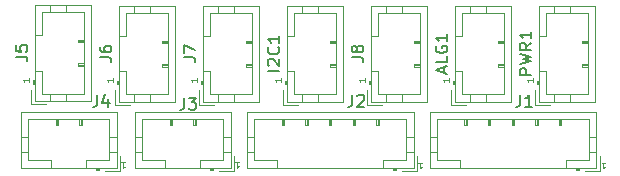
<source format=gbr>
%TF.GenerationSoftware,KiCad,Pcbnew,8.0.1*%
%TF.CreationDate,2024-04-20T16:28:09+12:00*%
%TF.ProjectId,RPi-Connector,5250692d-436f-46e6-9e65-63746f722e6b,rev?*%
%TF.SameCoordinates,Original*%
%TF.FileFunction,Legend,Top*%
%TF.FilePolarity,Positive*%
%FSLAX46Y46*%
G04 Gerber Fmt 4.6, Leading zero omitted, Abs format (unit mm)*
G04 Created by KiCad (PCBNEW 8.0.1) date 2024-04-20 16:28:09*
%MOMM*%
%LPD*%
G01*
G04 APERTURE LIST*
%ADD10C,0.100000*%
%ADD11C,0.150000*%
%ADD12C,0.120000*%
G04 APERTURE END LIST*
D10*
X167823609Y-83401258D02*
X167823609Y-83686972D01*
X167823609Y-83544115D02*
X167323609Y-83544115D01*
X167323609Y-83544115D02*
X167395038Y-83591734D01*
X167395038Y-83591734D02*
X167442657Y-83639353D01*
X167442657Y-83639353D02*
X167466466Y-83686972D01*
X160711609Y-83401258D02*
X160711609Y-83686972D01*
X160711609Y-83544115D02*
X160211609Y-83544115D01*
X160211609Y-83544115D02*
X160283038Y-83591734D01*
X160283038Y-83591734D02*
X160330657Y-83639353D01*
X160330657Y-83639353D02*
X160354466Y-83686972D01*
X153599609Y-83401258D02*
X153599609Y-83686972D01*
X153599609Y-83544115D02*
X153099609Y-83544115D01*
X153099609Y-83544115D02*
X153171038Y-83591734D01*
X153171038Y-83591734D02*
X153218657Y-83639353D01*
X153218657Y-83639353D02*
X153242466Y-83686972D01*
X146487609Y-83401258D02*
X146487609Y-83686972D01*
X146487609Y-83544115D02*
X145987609Y-83544115D01*
X145987609Y-83544115D02*
X146059038Y-83591734D01*
X146059038Y-83591734D02*
X146106657Y-83639353D01*
X146106657Y-83639353D02*
X146130466Y-83686972D01*
X139375609Y-83401258D02*
X139375609Y-83686972D01*
X139375609Y-83544115D02*
X138875609Y-83544115D01*
X138875609Y-83544115D02*
X138947038Y-83591734D01*
X138947038Y-83591734D02*
X138994657Y-83639353D01*
X138994657Y-83639353D02*
X139018466Y-83686972D01*
X132263609Y-83401258D02*
X132263609Y-83686972D01*
X132263609Y-83544115D02*
X131763609Y-83544115D01*
X131763609Y-83544115D02*
X131835038Y-83591734D01*
X131835038Y-83591734D02*
X131882657Y-83639353D01*
X131882657Y-83639353D02*
X131906466Y-83686972D01*
X125151609Y-83401258D02*
X125151609Y-83686972D01*
X125151609Y-83544115D02*
X124651609Y-83544115D01*
X124651609Y-83544115D02*
X124723038Y-83591734D01*
X124723038Y-83591734D02*
X124770657Y-83639353D01*
X124770657Y-83639353D02*
X124794466Y-83686972D01*
X133019088Y-90522212D02*
X133304802Y-90522212D01*
X133161945Y-90522212D02*
X133161945Y-91022212D01*
X133161945Y-91022212D02*
X133209564Y-90950783D01*
X133209564Y-90950783D02*
X133257183Y-90903164D01*
X133257183Y-90903164D02*
X133304802Y-90879355D01*
X142671475Y-90491714D02*
X142957189Y-90491714D01*
X142814332Y-90491714D02*
X142814332Y-90991714D01*
X142814332Y-90991714D02*
X142861951Y-90920285D01*
X142861951Y-90920285D02*
X142909570Y-90872666D01*
X142909570Y-90872666D02*
X142957189Y-90848857D01*
X158164090Y-90537460D02*
X158449804Y-90537460D01*
X158306947Y-90537460D02*
X158306947Y-91037460D01*
X158306947Y-91037460D02*
X158354566Y-90966031D01*
X158354566Y-90966031D02*
X158402185Y-90918412D01*
X158402185Y-90918412D02*
X158449804Y-90894603D01*
X173671954Y-90537460D02*
X173957668Y-90537460D01*
X173814811Y-90537460D02*
X173814811Y-91037460D01*
X173814811Y-91037460D02*
X173862430Y-90966031D01*
X173862430Y-90966031D02*
X173910049Y-90918412D01*
X173910049Y-90918412D02*
X173957668Y-90894603D01*
D11*
X167734819Y-83121523D02*
X166734819Y-83121523D01*
X166734819Y-83121523D02*
X166734819Y-82740571D01*
X166734819Y-82740571D02*
X166782438Y-82645333D01*
X166782438Y-82645333D02*
X166830057Y-82597714D01*
X166830057Y-82597714D02*
X166925295Y-82550095D01*
X166925295Y-82550095D02*
X167068152Y-82550095D01*
X167068152Y-82550095D02*
X167163390Y-82597714D01*
X167163390Y-82597714D02*
X167211009Y-82645333D01*
X167211009Y-82645333D02*
X167258628Y-82740571D01*
X167258628Y-82740571D02*
X167258628Y-83121523D01*
X166734819Y-82216761D02*
X167734819Y-81978666D01*
X167734819Y-81978666D02*
X167020533Y-81788190D01*
X167020533Y-81788190D02*
X167734819Y-81597714D01*
X167734819Y-81597714D02*
X166734819Y-81359619D01*
X167734819Y-80407238D02*
X167258628Y-80740571D01*
X167734819Y-80978666D02*
X166734819Y-80978666D01*
X166734819Y-80978666D02*
X166734819Y-80597714D01*
X166734819Y-80597714D02*
X166782438Y-80502476D01*
X166782438Y-80502476D02*
X166830057Y-80454857D01*
X166830057Y-80454857D02*
X166925295Y-80407238D01*
X166925295Y-80407238D02*
X167068152Y-80407238D01*
X167068152Y-80407238D02*
X167163390Y-80454857D01*
X167163390Y-80454857D02*
X167211009Y-80502476D01*
X167211009Y-80502476D02*
X167258628Y-80597714D01*
X167258628Y-80597714D02*
X167258628Y-80978666D01*
X167734819Y-79454857D02*
X167734819Y-80026285D01*
X167734819Y-79740571D02*
X166734819Y-79740571D01*
X166734819Y-79740571D02*
X166877676Y-79835809D01*
X166877676Y-79835809D02*
X166972914Y-79931047D01*
X166972914Y-79931047D02*
X167020533Y-80026285D01*
X152510819Y-81645333D02*
X153225104Y-81645333D01*
X153225104Y-81645333D02*
X153367961Y-81692952D01*
X153367961Y-81692952D02*
X153463200Y-81788190D01*
X153463200Y-81788190D02*
X153510819Y-81931047D01*
X153510819Y-81931047D02*
X153510819Y-82026285D01*
X152939390Y-81026285D02*
X152891771Y-81121523D01*
X152891771Y-81121523D02*
X152844152Y-81169142D01*
X152844152Y-81169142D02*
X152748914Y-81216761D01*
X152748914Y-81216761D02*
X152701295Y-81216761D01*
X152701295Y-81216761D02*
X152606057Y-81169142D01*
X152606057Y-81169142D02*
X152558438Y-81121523D01*
X152558438Y-81121523D02*
X152510819Y-81026285D01*
X152510819Y-81026285D02*
X152510819Y-80835809D01*
X152510819Y-80835809D02*
X152558438Y-80740571D01*
X152558438Y-80740571D02*
X152606057Y-80692952D01*
X152606057Y-80692952D02*
X152701295Y-80645333D01*
X152701295Y-80645333D02*
X152748914Y-80645333D01*
X152748914Y-80645333D02*
X152844152Y-80692952D01*
X152844152Y-80692952D02*
X152891771Y-80740571D01*
X152891771Y-80740571D02*
X152939390Y-80835809D01*
X152939390Y-80835809D02*
X152939390Y-81026285D01*
X152939390Y-81026285D02*
X152987009Y-81121523D01*
X152987009Y-81121523D02*
X153034628Y-81169142D01*
X153034628Y-81169142D02*
X153129866Y-81216761D01*
X153129866Y-81216761D02*
X153320342Y-81216761D01*
X153320342Y-81216761D02*
X153415580Y-81169142D01*
X153415580Y-81169142D02*
X153463200Y-81121523D01*
X153463200Y-81121523D02*
X153510819Y-81026285D01*
X153510819Y-81026285D02*
X153510819Y-80835809D01*
X153510819Y-80835809D02*
X153463200Y-80740571D01*
X153463200Y-80740571D02*
X153415580Y-80692952D01*
X153415580Y-80692952D02*
X153320342Y-80645333D01*
X153320342Y-80645333D02*
X153129866Y-80645333D01*
X153129866Y-80645333D02*
X153034628Y-80692952D01*
X153034628Y-80692952D02*
X152987009Y-80740571D01*
X152987009Y-80740571D02*
X152939390Y-80835809D01*
X138286819Y-81645333D02*
X139001104Y-81645333D01*
X139001104Y-81645333D02*
X139143961Y-81692952D01*
X139143961Y-81692952D02*
X139239200Y-81788190D01*
X139239200Y-81788190D02*
X139286819Y-81931047D01*
X139286819Y-81931047D02*
X139286819Y-82026285D01*
X138286819Y-81264380D02*
X138286819Y-80597714D01*
X138286819Y-80597714D02*
X139286819Y-81026285D01*
X131174819Y-81645333D02*
X131889104Y-81645333D01*
X131889104Y-81645333D02*
X132031961Y-81692952D01*
X132031961Y-81692952D02*
X132127200Y-81788190D01*
X132127200Y-81788190D02*
X132174819Y-81931047D01*
X132174819Y-81931047D02*
X132174819Y-82026285D01*
X131174819Y-80740571D02*
X131174819Y-80931047D01*
X131174819Y-80931047D02*
X131222438Y-81026285D01*
X131222438Y-81026285D02*
X131270057Y-81073904D01*
X131270057Y-81073904D02*
X131412914Y-81169142D01*
X131412914Y-81169142D02*
X131603390Y-81216761D01*
X131603390Y-81216761D02*
X131984342Y-81216761D01*
X131984342Y-81216761D02*
X132079580Y-81169142D01*
X132079580Y-81169142D02*
X132127200Y-81121523D01*
X132127200Y-81121523D02*
X132174819Y-81026285D01*
X132174819Y-81026285D02*
X132174819Y-80835809D01*
X132174819Y-80835809D02*
X132127200Y-80740571D01*
X132127200Y-80740571D02*
X132079580Y-80692952D01*
X132079580Y-80692952D02*
X131984342Y-80645333D01*
X131984342Y-80645333D02*
X131746247Y-80645333D01*
X131746247Y-80645333D02*
X131651009Y-80692952D01*
X131651009Y-80692952D02*
X131603390Y-80740571D01*
X131603390Y-80740571D02*
X131555771Y-80835809D01*
X131555771Y-80835809D02*
X131555771Y-81026285D01*
X131555771Y-81026285D02*
X131603390Y-81121523D01*
X131603390Y-81121523D02*
X131651009Y-81169142D01*
X131651009Y-81169142D02*
X131746247Y-81216761D01*
X124062819Y-81581333D02*
X124777104Y-81581333D01*
X124777104Y-81581333D02*
X124919961Y-81628952D01*
X124919961Y-81628952D02*
X125015200Y-81724190D01*
X125015200Y-81724190D02*
X125062819Y-81867047D01*
X125062819Y-81867047D02*
X125062819Y-81962285D01*
X124062819Y-80628952D02*
X124062819Y-81105142D01*
X124062819Y-81105142D02*
X124539009Y-81152761D01*
X124539009Y-81152761D02*
X124491390Y-81105142D01*
X124491390Y-81105142D02*
X124443771Y-81009904D01*
X124443771Y-81009904D02*
X124443771Y-80771809D01*
X124443771Y-80771809D02*
X124491390Y-80676571D01*
X124491390Y-80676571D02*
X124539009Y-80628952D01*
X124539009Y-80628952D02*
X124634247Y-80581333D01*
X124634247Y-80581333D02*
X124872342Y-80581333D01*
X124872342Y-80581333D02*
X124967580Y-80628952D01*
X124967580Y-80628952D02*
X125015200Y-80676571D01*
X125015200Y-80676571D02*
X125062819Y-80771809D01*
X125062819Y-80771809D02*
X125062819Y-81009904D01*
X125062819Y-81009904D02*
X125015200Y-81105142D01*
X125015200Y-81105142D02*
X124967580Y-81152761D01*
X130984666Y-84798819D02*
X130984666Y-85513104D01*
X130984666Y-85513104D02*
X130937047Y-85655961D01*
X130937047Y-85655961D02*
X130841809Y-85751200D01*
X130841809Y-85751200D02*
X130698952Y-85798819D01*
X130698952Y-85798819D02*
X130603714Y-85798819D01*
X131889428Y-85132152D02*
X131889428Y-85798819D01*
X131651333Y-84751200D02*
X131413238Y-85465485D01*
X131413238Y-85465485D02*
X132032285Y-85465485D01*
X152574666Y-84798819D02*
X152574666Y-85513104D01*
X152574666Y-85513104D02*
X152527047Y-85655961D01*
X152527047Y-85655961D02*
X152431809Y-85751200D01*
X152431809Y-85751200D02*
X152288952Y-85798819D01*
X152288952Y-85798819D02*
X152193714Y-85798819D01*
X153003238Y-84894057D02*
X153050857Y-84846438D01*
X153050857Y-84846438D02*
X153146095Y-84798819D01*
X153146095Y-84798819D02*
X153384190Y-84798819D01*
X153384190Y-84798819D02*
X153479428Y-84846438D01*
X153479428Y-84846438D02*
X153527047Y-84894057D01*
X153527047Y-84894057D02*
X153574666Y-84989295D01*
X153574666Y-84989295D02*
X153574666Y-85084533D01*
X153574666Y-85084533D02*
X153527047Y-85227390D01*
X153527047Y-85227390D02*
X152955619Y-85798819D01*
X152955619Y-85798819D02*
X153574666Y-85798819D01*
X146398819Y-82764380D02*
X145398819Y-82764380D01*
X145494057Y-82335809D02*
X145446438Y-82288190D01*
X145446438Y-82288190D02*
X145398819Y-82192952D01*
X145398819Y-82192952D02*
X145398819Y-81954857D01*
X145398819Y-81954857D02*
X145446438Y-81859619D01*
X145446438Y-81859619D02*
X145494057Y-81812000D01*
X145494057Y-81812000D02*
X145589295Y-81764381D01*
X145589295Y-81764381D02*
X145684533Y-81764381D01*
X145684533Y-81764381D02*
X145827390Y-81812000D01*
X145827390Y-81812000D02*
X146398819Y-82383428D01*
X146398819Y-82383428D02*
X146398819Y-81764381D01*
X146303580Y-80764381D02*
X146351200Y-80812000D01*
X146351200Y-80812000D02*
X146398819Y-80954857D01*
X146398819Y-80954857D02*
X146398819Y-81050095D01*
X146398819Y-81050095D02*
X146351200Y-81192952D01*
X146351200Y-81192952D02*
X146255961Y-81288190D01*
X146255961Y-81288190D02*
X146160723Y-81335809D01*
X146160723Y-81335809D02*
X145970247Y-81383428D01*
X145970247Y-81383428D02*
X145827390Y-81383428D01*
X145827390Y-81383428D02*
X145636914Y-81335809D01*
X145636914Y-81335809D02*
X145541676Y-81288190D01*
X145541676Y-81288190D02*
X145446438Y-81192952D01*
X145446438Y-81192952D02*
X145398819Y-81050095D01*
X145398819Y-81050095D02*
X145398819Y-80954857D01*
X145398819Y-80954857D02*
X145446438Y-80812000D01*
X145446438Y-80812000D02*
X145494057Y-80764381D01*
X146398819Y-79812000D02*
X146398819Y-80383428D01*
X146398819Y-80097714D02*
X145398819Y-80097714D01*
X145398819Y-80097714D02*
X145541676Y-80192952D01*
X145541676Y-80192952D02*
X145636914Y-80288190D01*
X145636914Y-80288190D02*
X145684533Y-80383428D01*
X160337104Y-82931047D02*
X160337104Y-82454857D01*
X160622819Y-83026285D02*
X159622819Y-82692952D01*
X159622819Y-82692952D02*
X160622819Y-82359619D01*
X160622819Y-81550095D02*
X160622819Y-82026285D01*
X160622819Y-82026285D02*
X159622819Y-82026285D01*
X159670438Y-80692952D02*
X159622819Y-80788190D01*
X159622819Y-80788190D02*
X159622819Y-80931047D01*
X159622819Y-80931047D02*
X159670438Y-81073904D01*
X159670438Y-81073904D02*
X159765676Y-81169142D01*
X159765676Y-81169142D02*
X159860914Y-81216761D01*
X159860914Y-81216761D02*
X160051390Y-81264380D01*
X160051390Y-81264380D02*
X160194247Y-81264380D01*
X160194247Y-81264380D02*
X160384723Y-81216761D01*
X160384723Y-81216761D02*
X160479961Y-81169142D01*
X160479961Y-81169142D02*
X160575200Y-81073904D01*
X160575200Y-81073904D02*
X160622819Y-80931047D01*
X160622819Y-80931047D02*
X160622819Y-80835809D01*
X160622819Y-80835809D02*
X160575200Y-80692952D01*
X160575200Y-80692952D02*
X160527580Y-80645333D01*
X160527580Y-80645333D02*
X160194247Y-80645333D01*
X160194247Y-80645333D02*
X160194247Y-80835809D01*
X160622819Y-79692952D02*
X160622819Y-80264380D01*
X160622819Y-79978666D02*
X159622819Y-79978666D01*
X159622819Y-79978666D02*
X159765676Y-80073904D01*
X159765676Y-80073904D02*
X159860914Y-80169142D01*
X159860914Y-80169142D02*
X159908533Y-80264380D01*
X166798666Y-84798819D02*
X166798666Y-85513104D01*
X166798666Y-85513104D02*
X166751047Y-85655961D01*
X166751047Y-85655961D02*
X166655809Y-85751200D01*
X166655809Y-85751200D02*
X166512952Y-85798819D01*
X166512952Y-85798819D02*
X166417714Y-85798819D01*
X167798666Y-85798819D02*
X167227238Y-85798819D01*
X167512952Y-85798819D02*
X167512952Y-84798819D01*
X167512952Y-84798819D02*
X167417714Y-84941676D01*
X167417714Y-84941676D02*
X167322476Y-85036914D01*
X167322476Y-85036914D02*
X167227238Y-85084533D01*
X138350666Y-85052819D02*
X138350666Y-85767104D01*
X138350666Y-85767104D02*
X138303047Y-85909961D01*
X138303047Y-85909961D02*
X138207809Y-86005200D01*
X138207809Y-86005200D02*
X138064952Y-86052819D01*
X138064952Y-86052819D02*
X137969714Y-86052819D01*
X138731619Y-85052819D02*
X139350666Y-85052819D01*
X139350666Y-85052819D02*
X139017333Y-85433771D01*
X139017333Y-85433771D02*
X139160190Y-85433771D01*
X139160190Y-85433771D02*
X139255428Y-85481390D01*
X139255428Y-85481390D02*
X139303047Y-85529009D01*
X139303047Y-85529009D02*
X139350666Y-85624247D01*
X139350666Y-85624247D02*
X139350666Y-85862342D01*
X139350666Y-85862342D02*
X139303047Y-85957580D01*
X139303047Y-85957580D02*
X139255428Y-86005200D01*
X139255428Y-86005200D02*
X139160190Y-86052819D01*
X139160190Y-86052819D02*
X138874476Y-86052819D01*
X138874476Y-86052819D02*
X138779238Y-86005200D01*
X138779238Y-86005200D02*
X138731619Y-85957580D01*
D12*
%TO.C,PWR1*%
X168070000Y-85672000D02*
X169320000Y-85672000D01*
X168370000Y-85372000D02*
X173090000Y-85372000D01*
X169680000Y-85372000D02*
X169680000Y-84762000D01*
X170980000Y-85372000D02*
X170980000Y-84762000D01*
X173090000Y-85372000D02*
X173090000Y-77252000D01*
X168980000Y-84762000D02*
X172480000Y-84762000D01*
X172480000Y-84762000D02*
X172480000Y-77862000D01*
X168070000Y-84422000D02*
X168070000Y-85672000D01*
X168170000Y-83912000D02*
X168370000Y-83912000D01*
X168170000Y-83612000D02*
X168170000Y-83912000D01*
X168270000Y-83612000D02*
X168270000Y-83912000D01*
X168370000Y-83612000D02*
X168170000Y-83612000D01*
X168370000Y-82812000D02*
X168980000Y-82812000D01*
X168980000Y-82812000D02*
X168980000Y-84762000D01*
X171980000Y-82412000D02*
X171980000Y-82212000D01*
X172480000Y-82412000D02*
X171980000Y-82412000D01*
X172480000Y-82312000D02*
X171980000Y-82312000D01*
X171980000Y-82212000D02*
X172480000Y-82212000D01*
X171980000Y-80412000D02*
X171980000Y-80212000D01*
X172480000Y-80412000D02*
X171980000Y-80412000D01*
X172480000Y-80312000D02*
X171980000Y-80312000D01*
X171980000Y-80212000D02*
X172480000Y-80212000D01*
X168980000Y-79812000D02*
X168370000Y-79812000D01*
X168980000Y-77862000D02*
X168980000Y-79812000D01*
X172480000Y-77862000D02*
X168980000Y-77862000D01*
X168370000Y-77252000D02*
X168370000Y-85372000D01*
X169680000Y-77252000D02*
X169680000Y-77862000D01*
X170980000Y-77252000D02*
X170980000Y-77862000D01*
X173090000Y-77252000D02*
X168370000Y-77252000D01*
%TO.C,J8*%
X153846000Y-85672000D02*
X155096000Y-85672000D01*
X154146000Y-85372000D02*
X158866000Y-85372000D01*
X155456000Y-85372000D02*
X155456000Y-84762000D01*
X156756000Y-85372000D02*
X156756000Y-84762000D01*
X158866000Y-85372000D02*
X158866000Y-77252000D01*
X154756000Y-84762000D02*
X158256000Y-84762000D01*
X158256000Y-84762000D02*
X158256000Y-77862000D01*
X153846000Y-84422000D02*
X153846000Y-85672000D01*
X153946000Y-83912000D02*
X154146000Y-83912000D01*
X153946000Y-83612000D02*
X153946000Y-83912000D01*
X154046000Y-83612000D02*
X154046000Y-83912000D01*
X154146000Y-83612000D02*
X153946000Y-83612000D01*
X154146000Y-82812000D02*
X154756000Y-82812000D01*
X154756000Y-82812000D02*
X154756000Y-84762000D01*
X157756000Y-82412000D02*
X157756000Y-82212000D01*
X158256000Y-82412000D02*
X157756000Y-82412000D01*
X158256000Y-82312000D02*
X157756000Y-82312000D01*
X157756000Y-82212000D02*
X158256000Y-82212000D01*
X157756000Y-80412000D02*
X157756000Y-80212000D01*
X158256000Y-80412000D02*
X157756000Y-80412000D01*
X158256000Y-80312000D02*
X157756000Y-80312000D01*
X157756000Y-80212000D02*
X158256000Y-80212000D01*
X154756000Y-79812000D02*
X154146000Y-79812000D01*
X154756000Y-77862000D02*
X154756000Y-79812000D01*
X158256000Y-77862000D02*
X154756000Y-77862000D01*
X154146000Y-77252000D02*
X154146000Y-85372000D01*
X155456000Y-77252000D02*
X155456000Y-77862000D01*
X156756000Y-77252000D02*
X156756000Y-77862000D01*
X158866000Y-77252000D02*
X154146000Y-77252000D01*
%TO.C,J7*%
X139622000Y-85672000D02*
X140872000Y-85672000D01*
X139922000Y-85372000D02*
X144642000Y-85372000D01*
X141232000Y-85372000D02*
X141232000Y-84762000D01*
X142532000Y-85372000D02*
X142532000Y-84762000D01*
X144642000Y-85372000D02*
X144642000Y-77252000D01*
X140532000Y-84762000D02*
X144032000Y-84762000D01*
X144032000Y-84762000D02*
X144032000Y-77862000D01*
X139622000Y-84422000D02*
X139622000Y-85672000D01*
X139722000Y-83912000D02*
X139922000Y-83912000D01*
X139722000Y-83612000D02*
X139722000Y-83912000D01*
X139822000Y-83612000D02*
X139822000Y-83912000D01*
X139922000Y-83612000D02*
X139722000Y-83612000D01*
X139922000Y-82812000D02*
X140532000Y-82812000D01*
X140532000Y-82812000D02*
X140532000Y-84762000D01*
X143532000Y-82412000D02*
X143532000Y-82212000D01*
X144032000Y-82412000D02*
X143532000Y-82412000D01*
X144032000Y-82312000D02*
X143532000Y-82312000D01*
X143532000Y-82212000D02*
X144032000Y-82212000D01*
X143532000Y-80412000D02*
X143532000Y-80212000D01*
X144032000Y-80412000D02*
X143532000Y-80412000D01*
X144032000Y-80312000D02*
X143532000Y-80312000D01*
X143532000Y-80212000D02*
X144032000Y-80212000D01*
X140532000Y-79812000D02*
X139922000Y-79812000D01*
X140532000Y-77862000D02*
X140532000Y-79812000D01*
X144032000Y-77862000D02*
X140532000Y-77862000D01*
X139922000Y-77252000D02*
X139922000Y-85372000D01*
X141232000Y-77252000D02*
X141232000Y-77862000D01*
X142532000Y-77252000D02*
X142532000Y-77862000D01*
X144642000Y-77252000D02*
X139922000Y-77252000D01*
%TO.C,J6*%
X132510000Y-85672000D02*
X133760000Y-85672000D01*
X132810000Y-85372000D02*
X137530000Y-85372000D01*
X134120000Y-85372000D02*
X134120000Y-84762000D01*
X135420000Y-85372000D02*
X135420000Y-84762000D01*
X137530000Y-85372000D02*
X137530000Y-77252000D01*
X133420000Y-84762000D02*
X136920000Y-84762000D01*
X136920000Y-84762000D02*
X136920000Y-77862000D01*
X132510000Y-84422000D02*
X132510000Y-85672000D01*
X132610000Y-83912000D02*
X132810000Y-83912000D01*
X132610000Y-83612000D02*
X132610000Y-83912000D01*
X132710000Y-83612000D02*
X132710000Y-83912000D01*
X132810000Y-83612000D02*
X132610000Y-83612000D01*
X132810000Y-82812000D02*
X133420000Y-82812000D01*
X133420000Y-82812000D02*
X133420000Y-84762000D01*
X136420000Y-82412000D02*
X136420000Y-82212000D01*
X136920000Y-82412000D02*
X136420000Y-82412000D01*
X136920000Y-82312000D02*
X136420000Y-82312000D01*
X136420000Y-82212000D02*
X136920000Y-82212000D01*
X136420000Y-80412000D02*
X136420000Y-80212000D01*
X136920000Y-80412000D02*
X136420000Y-80412000D01*
X136920000Y-80312000D02*
X136420000Y-80312000D01*
X136420000Y-80212000D02*
X136920000Y-80212000D01*
X133420000Y-79812000D02*
X132810000Y-79812000D01*
X133420000Y-77862000D02*
X133420000Y-79812000D01*
X136920000Y-77862000D02*
X133420000Y-77862000D01*
X132810000Y-77252000D02*
X132810000Y-85372000D01*
X134120000Y-77252000D02*
X134120000Y-77862000D01*
X135420000Y-77252000D02*
X135420000Y-77862000D01*
X137530000Y-77252000D02*
X132810000Y-77252000D01*
%TO.C,J5*%
X125398000Y-85608000D02*
X126648000Y-85608000D01*
X125698000Y-85308000D02*
X130418000Y-85308000D01*
X127008000Y-85308000D02*
X127008000Y-84698000D01*
X128308000Y-85308000D02*
X128308000Y-84698000D01*
X130418000Y-85308000D02*
X130418000Y-77188000D01*
X126308000Y-84698000D02*
X129808000Y-84698000D01*
X129808000Y-84698000D02*
X129808000Y-77798000D01*
X125398000Y-84358000D02*
X125398000Y-85608000D01*
X125498000Y-83848000D02*
X125698000Y-83848000D01*
X125498000Y-83548000D02*
X125498000Y-83848000D01*
X125598000Y-83548000D02*
X125598000Y-83848000D01*
X125698000Y-83548000D02*
X125498000Y-83548000D01*
X125698000Y-82748000D02*
X126308000Y-82748000D01*
X126308000Y-82748000D02*
X126308000Y-84698000D01*
X129308000Y-82348000D02*
X129308000Y-82148000D01*
X129808000Y-82348000D02*
X129308000Y-82348000D01*
X129808000Y-82248000D02*
X129308000Y-82248000D01*
X129308000Y-82148000D02*
X129808000Y-82148000D01*
X129308000Y-80348000D02*
X129308000Y-80148000D01*
X129808000Y-80348000D02*
X129308000Y-80348000D01*
X129808000Y-80248000D02*
X129308000Y-80248000D01*
X129308000Y-80148000D02*
X129808000Y-80148000D01*
X126308000Y-79748000D02*
X125698000Y-79748000D01*
X126308000Y-77798000D02*
X126308000Y-79748000D01*
X129808000Y-77798000D02*
X126308000Y-77798000D01*
X125698000Y-77188000D02*
X125698000Y-85308000D01*
X127008000Y-77188000D02*
X127008000Y-77798000D01*
X128308000Y-77188000D02*
X128308000Y-77798000D01*
X130418000Y-77188000D02*
X125698000Y-77188000D01*
%TO.C,J4*%
X132916000Y-91264000D02*
X132916000Y-90014000D01*
X132616000Y-90964000D02*
X132616000Y-86244000D01*
X132616000Y-89654000D02*
X132006000Y-89654000D01*
X132616000Y-88354000D02*
X132006000Y-88354000D01*
X132616000Y-86244000D02*
X124496000Y-86244000D01*
X132006000Y-90354000D02*
X132006000Y-86854000D01*
X132006000Y-86854000D02*
X125106000Y-86854000D01*
X131666000Y-91264000D02*
X132916000Y-91264000D01*
X131156000Y-91164000D02*
X131156000Y-90964000D01*
X130856000Y-91164000D02*
X131156000Y-91164000D01*
X130856000Y-91064000D02*
X131156000Y-91064000D01*
X130856000Y-90964000D02*
X130856000Y-91164000D01*
X130056000Y-90964000D02*
X130056000Y-90354000D01*
X130056000Y-90354000D02*
X132006000Y-90354000D01*
X129656000Y-87354000D02*
X129456000Y-87354000D01*
X129656000Y-86854000D02*
X129656000Y-87354000D01*
X129556000Y-86854000D02*
X129556000Y-87354000D01*
X129456000Y-87354000D02*
X129456000Y-86854000D01*
X127656000Y-87354000D02*
X127456000Y-87354000D01*
X127656000Y-86854000D02*
X127656000Y-87354000D01*
X127556000Y-86854000D02*
X127556000Y-87354000D01*
X127456000Y-87354000D02*
X127456000Y-86854000D01*
X127056000Y-90354000D02*
X127056000Y-90964000D01*
X125106000Y-90354000D02*
X127056000Y-90354000D01*
X125106000Y-86854000D02*
X125106000Y-90354000D01*
X124496000Y-90964000D02*
X132616000Y-90964000D01*
X124496000Y-89654000D02*
X125106000Y-89654000D01*
X124496000Y-88354000D02*
X125106000Y-88354000D01*
X124496000Y-86244000D02*
X124496000Y-90964000D01*
%TO.C,J2*%
X158062000Y-91264000D02*
X158062000Y-90014000D01*
X157762000Y-90964000D02*
X157762000Y-86244000D01*
X157762000Y-89654000D02*
X157152000Y-89654000D01*
X157762000Y-88354000D02*
X157152000Y-88354000D01*
X157762000Y-86244000D02*
X143642000Y-86244000D01*
X157152000Y-90354000D02*
X157152000Y-86854000D01*
X157152000Y-86854000D02*
X144252000Y-86854000D01*
X156812000Y-91264000D02*
X158062000Y-91264000D01*
X156302000Y-91164000D02*
X156302000Y-90964000D01*
X156002000Y-91164000D02*
X156302000Y-91164000D01*
X156002000Y-91064000D02*
X156302000Y-91064000D01*
X156002000Y-90964000D02*
X156002000Y-91164000D01*
X155202000Y-90964000D02*
X155202000Y-90354000D01*
X155202000Y-90354000D02*
X157152000Y-90354000D01*
X154802000Y-87354000D02*
X154602000Y-87354000D01*
X154802000Y-86854000D02*
X154802000Y-87354000D01*
X154702000Y-86854000D02*
X154702000Y-87354000D01*
X154602000Y-87354000D02*
X154602000Y-86854000D01*
X152802000Y-87354000D02*
X152602000Y-87354000D01*
X152802000Y-86854000D02*
X152802000Y-87354000D01*
X152702000Y-86854000D02*
X152702000Y-87354000D01*
X152602000Y-87354000D02*
X152602000Y-86854000D01*
X150802000Y-87354000D02*
X150602000Y-87354000D01*
X150802000Y-86854000D02*
X150802000Y-87354000D01*
X150702000Y-86854000D02*
X150702000Y-87354000D01*
X150602000Y-87354000D02*
X150602000Y-86854000D01*
X148802000Y-87354000D02*
X148602000Y-87354000D01*
X148802000Y-86854000D02*
X148802000Y-87354000D01*
X148702000Y-86854000D02*
X148702000Y-87354000D01*
X148602000Y-87354000D02*
X148602000Y-86854000D01*
X146802000Y-87354000D02*
X146602000Y-87354000D01*
X146802000Y-86854000D02*
X146802000Y-87354000D01*
X146702000Y-86854000D02*
X146702000Y-87354000D01*
X146602000Y-87354000D02*
X146602000Y-86854000D01*
X146202000Y-90354000D02*
X146202000Y-90964000D01*
X144252000Y-90354000D02*
X146202000Y-90354000D01*
X144252000Y-86854000D02*
X144252000Y-90354000D01*
X143642000Y-90964000D02*
X157762000Y-90964000D01*
X143642000Y-89654000D02*
X144252000Y-89654000D01*
X143642000Y-88354000D02*
X144252000Y-88354000D01*
X143642000Y-86244000D02*
X143642000Y-90964000D01*
%TO.C,I2C1*%
X146734000Y-85672000D02*
X147984000Y-85672000D01*
X147034000Y-85372000D02*
X151754000Y-85372000D01*
X148344000Y-85372000D02*
X148344000Y-84762000D01*
X149644000Y-85372000D02*
X149644000Y-84762000D01*
X151754000Y-85372000D02*
X151754000Y-77252000D01*
X147644000Y-84762000D02*
X151144000Y-84762000D01*
X151144000Y-84762000D02*
X151144000Y-77862000D01*
X146734000Y-84422000D02*
X146734000Y-85672000D01*
X146834000Y-83912000D02*
X147034000Y-83912000D01*
X146834000Y-83612000D02*
X146834000Y-83912000D01*
X146934000Y-83612000D02*
X146934000Y-83912000D01*
X147034000Y-83612000D02*
X146834000Y-83612000D01*
X147034000Y-82812000D02*
X147644000Y-82812000D01*
X147644000Y-82812000D02*
X147644000Y-84762000D01*
X150644000Y-82412000D02*
X150644000Y-82212000D01*
X151144000Y-82412000D02*
X150644000Y-82412000D01*
X151144000Y-82312000D02*
X150644000Y-82312000D01*
X150644000Y-82212000D02*
X151144000Y-82212000D01*
X150644000Y-80412000D02*
X150644000Y-80212000D01*
X151144000Y-80412000D02*
X150644000Y-80412000D01*
X151144000Y-80312000D02*
X150644000Y-80312000D01*
X150644000Y-80212000D02*
X151144000Y-80212000D01*
X147644000Y-79812000D02*
X147034000Y-79812000D01*
X147644000Y-77862000D02*
X147644000Y-79812000D01*
X151144000Y-77862000D02*
X147644000Y-77862000D01*
X147034000Y-77252000D02*
X147034000Y-85372000D01*
X148344000Y-77252000D02*
X148344000Y-77862000D01*
X149644000Y-77252000D02*
X149644000Y-77862000D01*
X151754000Y-77252000D02*
X147034000Y-77252000D01*
%TO.C,ALG1*%
X160958000Y-85672000D02*
X162208000Y-85672000D01*
X161258000Y-85372000D02*
X165978000Y-85372000D01*
X162568000Y-85372000D02*
X162568000Y-84762000D01*
X163868000Y-85372000D02*
X163868000Y-84762000D01*
X165978000Y-85372000D02*
X165978000Y-77252000D01*
X161868000Y-84762000D02*
X165368000Y-84762000D01*
X165368000Y-84762000D02*
X165368000Y-77862000D01*
X160958000Y-84422000D02*
X160958000Y-85672000D01*
X161058000Y-83912000D02*
X161258000Y-83912000D01*
X161058000Y-83612000D02*
X161058000Y-83912000D01*
X161158000Y-83612000D02*
X161158000Y-83912000D01*
X161258000Y-83612000D02*
X161058000Y-83612000D01*
X161258000Y-82812000D02*
X161868000Y-82812000D01*
X161868000Y-82812000D02*
X161868000Y-84762000D01*
X164868000Y-82412000D02*
X164868000Y-82212000D01*
X165368000Y-82412000D02*
X164868000Y-82412000D01*
X165368000Y-82312000D02*
X164868000Y-82312000D01*
X164868000Y-82212000D02*
X165368000Y-82212000D01*
X164868000Y-80412000D02*
X164868000Y-80212000D01*
X165368000Y-80412000D02*
X164868000Y-80412000D01*
X165368000Y-80312000D02*
X164868000Y-80312000D01*
X164868000Y-80212000D02*
X165368000Y-80212000D01*
X161868000Y-79812000D02*
X161258000Y-79812000D01*
X161868000Y-77862000D02*
X161868000Y-79812000D01*
X165368000Y-77862000D02*
X161868000Y-77862000D01*
X161258000Y-77252000D02*
X161258000Y-85372000D01*
X162568000Y-77252000D02*
X162568000Y-77862000D01*
X163868000Y-77252000D02*
X163868000Y-77862000D01*
X165978000Y-77252000D02*
X161258000Y-77252000D01*
%TO.C,J1*%
X173524000Y-91264000D02*
X173524000Y-90014000D01*
X173224000Y-90964000D02*
X173224000Y-86244000D01*
X173224000Y-89654000D02*
X172614000Y-89654000D01*
X173224000Y-88354000D02*
X172614000Y-88354000D01*
X173224000Y-86244000D02*
X159104000Y-86244000D01*
X172614000Y-90354000D02*
X172614000Y-86854000D01*
X172614000Y-86854000D02*
X159714000Y-86854000D01*
X172274000Y-91264000D02*
X173524000Y-91264000D01*
X171764000Y-91164000D02*
X171764000Y-90964000D01*
X171464000Y-91164000D02*
X171764000Y-91164000D01*
X171464000Y-91064000D02*
X171764000Y-91064000D01*
X171464000Y-90964000D02*
X171464000Y-91164000D01*
X170664000Y-90964000D02*
X170664000Y-90354000D01*
X170664000Y-90354000D02*
X172614000Y-90354000D01*
X170264000Y-87354000D02*
X170064000Y-87354000D01*
X170264000Y-86854000D02*
X170264000Y-87354000D01*
X170164000Y-86854000D02*
X170164000Y-87354000D01*
X170064000Y-87354000D02*
X170064000Y-86854000D01*
X168264000Y-87354000D02*
X168064000Y-87354000D01*
X168264000Y-86854000D02*
X168264000Y-87354000D01*
X168164000Y-86854000D02*
X168164000Y-87354000D01*
X168064000Y-87354000D02*
X168064000Y-86854000D01*
X166264000Y-87354000D02*
X166064000Y-87354000D01*
X166264000Y-86854000D02*
X166264000Y-87354000D01*
X166164000Y-86854000D02*
X166164000Y-87354000D01*
X166064000Y-87354000D02*
X166064000Y-86854000D01*
X164264000Y-87354000D02*
X164064000Y-87354000D01*
X164264000Y-86854000D02*
X164264000Y-87354000D01*
X164164000Y-86854000D02*
X164164000Y-87354000D01*
X164064000Y-87354000D02*
X164064000Y-86854000D01*
X162264000Y-87354000D02*
X162064000Y-87354000D01*
X162264000Y-86854000D02*
X162264000Y-87354000D01*
X162164000Y-86854000D02*
X162164000Y-87354000D01*
X162064000Y-87354000D02*
X162064000Y-86854000D01*
X161664000Y-90354000D02*
X161664000Y-90964000D01*
X159714000Y-90354000D02*
X161664000Y-90354000D01*
X159714000Y-86854000D02*
X159714000Y-90354000D01*
X159104000Y-90964000D02*
X173224000Y-90964000D01*
X159104000Y-89654000D02*
X159714000Y-89654000D01*
X159104000Y-88354000D02*
X159714000Y-88354000D01*
X159104000Y-86244000D02*
X159104000Y-90964000D01*
%TO.C,J3*%
X142568000Y-91264000D02*
X142568000Y-90014000D01*
X142268000Y-90964000D02*
X142268000Y-86244000D01*
X142268000Y-89654000D02*
X141658000Y-89654000D01*
X142268000Y-88354000D02*
X141658000Y-88354000D01*
X142268000Y-86244000D02*
X134148000Y-86244000D01*
X141658000Y-90354000D02*
X141658000Y-86854000D01*
X141658000Y-86854000D02*
X134758000Y-86854000D01*
X141318000Y-91264000D02*
X142568000Y-91264000D01*
X140808000Y-91164000D02*
X140808000Y-90964000D01*
X140508000Y-91164000D02*
X140808000Y-91164000D01*
X140508000Y-91064000D02*
X140808000Y-91064000D01*
X140508000Y-90964000D02*
X140508000Y-91164000D01*
X139708000Y-90964000D02*
X139708000Y-90354000D01*
X139708000Y-90354000D02*
X141658000Y-90354000D01*
X139308000Y-87354000D02*
X139108000Y-87354000D01*
X139308000Y-86854000D02*
X139308000Y-87354000D01*
X139208000Y-86854000D02*
X139208000Y-87354000D01*
X139108000Y-87354000D02*
X139108000Y-86854000D01*
X137308000Y-87354000D02*
X137108000Y-87354000D01*
X137308000Y-86854000D02*
X137308000Y-87354000D01*
X137208000Y-86854000D02*
X137208000Y-87354000D01*
X137108000Y-87354000D02*
X137108000Y-86854000D01*
X136708000Y-90354000D02*
X136708000Y-90964000D01*
X134758000Y-90354000D02*
X136708000Y-90354000D01*
X134758000Y-86854000D02*
X134758000Y-90354000D01*
X134148000Y-90964000D02*
X142268000Y-90964000D01*
X134148000Y-89654000D02*
X134758000Y-89654000D01*
X134148000Y-88354000D02*
X134758000Y-88354000D01*
X134148000Y-86244000D02*
X134148000Y-90964000D01*
%TD*%
M02*

</source>
